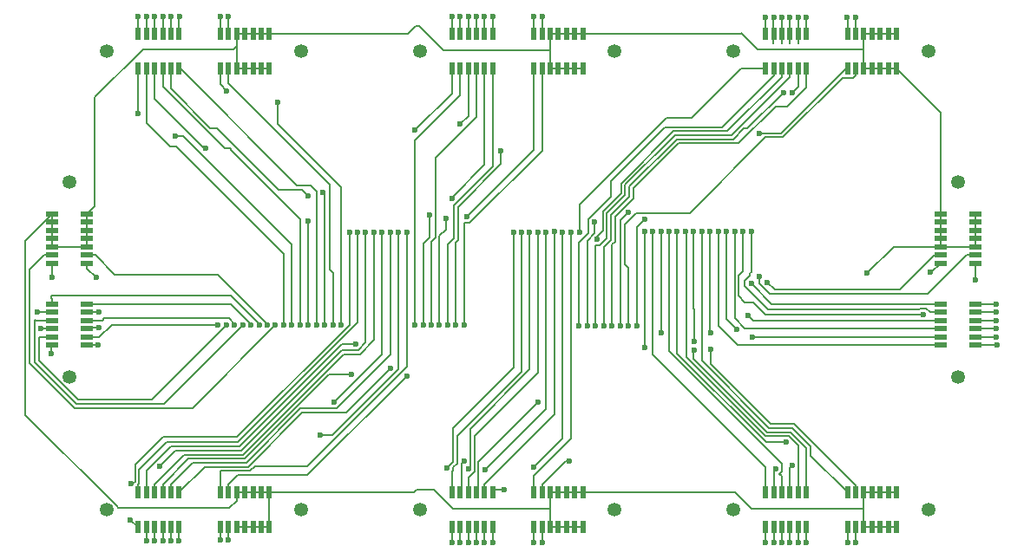
<source format=gbr>
%TF.GenerationSoftware,KiCad,Pcbnew,8.0.2-1*%
%TF.CreationDate,2025-02-24T13:25:59-05:00*%
%TF.ProjectId,ConcentratorBoardOctagon,436f6e63-656e-4747-9261-746f72426f61,rev?*%
%TF.SameCoordinates,Original*%
%TF.FileFunction,Copper,L1,Top*%
%TF.FilePolarity,Positive*%
%FSLAX46Y46*%
G04 Gerber Fmt 4.6, Leading zero omitted, Abs format (unit mm)*
G04 Created by KiCad (PCBNEW 8.0.2-1) date 2025-02-24 13:25:59*
%MOMM*%
%LPD*%
G01*
G04 APERTURE LIST*
%TA.AperFunction,SMDPad,CuDef*%
%ADD10R,0.500000X1.200000*%
%TD*%
%TA.AperFunction,ComponentPad*%
%ADD11C,1.348000*%
%TD*%
%TA.AperFunction,SMDPad,CuDef*%
%ADD12R,1.200000X0.500000*%
%TD*%
%TA.AperFunction,ViaPad*%
%ADD13C,0.600000*%
%TD*%
%TA.AperFunction,Conductor*%
%ADD14C,0.200000*%
%TD*%
G04 APERTURE END LIST*
D10*
%TO.P,REF\u002A\u002A4,01*%
%TO.N,A32*%
X93600000Y-124200000D03*
%TO.P,REF\u002A\u002A4,02*%
%TO.N,K32*%
X93600000Y-120800000D03*
%TO.P,REF\u002A\u002A4,03*%
%TO.N,A33*%
X94400000Y-124200000D03*
%TO.P,REF\u002A\u002A4,04*%
%TO.N,K33*%
X94400000Y-120800000D03*
%TO.P,REF\u002A\u002A4,05*%
%TO.N,A34*%
X95200000Y-124200000D03*
%TO.P,REF\u002A\u002A4,06*%
%TO.N,K34*%
X95200000Y-120800000D03*
%TO.P,REF\u002A\u002A4,07*%
%TO.N,A35*%
X96000000Y-124200000D03*
%TO.P,REF\u002A\u002A4,08*%
%TO.N,K35*%
X96000000Y-120800000D03*
%TO.P,REF\u002A\u002A4,09*%
%TO.N,A36*%
X96800000Y-124200000D03*
%TO.P,REF\u002A\u002A4,10*%
%TO.N,K36*%
X96800000Y-120800000D03*
%TO.P,REF\u002A\u002A4,11*%
%TO.N,A37*%
X97600000Y-124200000D03*
%TO.P,REF\u002A\u002A4,12*%
%TO.N,K37*%
X97600000Y-120800000D03*
%TO.P,REF\u002A\u002A4,13*%
%TO.N,A38*%
X101600000Y-124200000D03*
%TO.P,REF\u002A\u002A4,14*%
%TO.N,K38*%
X101600000Y-120800000D03*
%TO.P,REF\u002A\u002A4,15*%
%TO.N,A39*%
X102400000Y-124200000D03*
%TO.P,REF\u002A\u002A4,16*%
%TO.N,K39*%
X102400000Y-120800000D03*
%TO.P,REF\u002A\u002A4,17*%
%TO.N,GND*%
X103200000Y-124200000D03*
%TO.P,REF\u002A\u002A4,18*%
X103200000Y-120800000D03*
%TO.P,REF\u002A\u002A4,19*%
X104000000Y-124200000D03*
%TO.P,REF\u002A\u002A4,20*%
X104000000Y-120800000D03*
%TO.P,REF\u002A\u002A4,21*%
X104800000Y-124200000D03*
%TO.P,REF\u002A\u002A4,22*%
X104800000Y-120800000D03*
%TO.P,REF\u002A\u002A4,23*%
X105600000Y-124200000D03*
%TO.P,REF\u002A\u002A4,24*%
X105600000Y-120800000D03*
%TO.P,REF\u002A\u002A4,25*%
X106400000Y-124200000D03*
%TO.P,REF\u002A\u002A4,26*%
X106400000Y-120800000D03*
D11*
%TO.P,REF\u002A\u002A4,S1*%
%TO.N,N/C*%
X90505000Y-122500000D03*
%TO.P,REF\u002A\u002A4,S2*%
X109495000Y-122500000D03*
%TD*%
D10*
%TO.P,REF\u002A\u002A,01*%
%TO.N,A16*%
X63000000Y-124200000D03*
%TO.P,REF\u002A\u002A,02*%
%TO.N,K16*%
X63000000Y-120800000D03*
%TO.P,REF\u002A\u002A,03*%
%TO.N,A17*%
X63800000Y-124200000D03*
%TO.P,REF\u002A\u002A,04*%
%TO.N,K17*%
X63800000Y-120800000D03*
%TO.P,REF\u002A\u002A,05*%
%TO.N,A18*%
X64600000Y-124200000D03*
%TO.P,REF\u002A\u002A,06*%
%TO.N,K18*%
X64600000Y-120800000D03*
%TO.P,REF\u002A\u002A,07*%
%TO.N,A19*%
X65400000Y-124200000D03*
%TO.P,REF\u002A\u002A,08*%
%TO.N,K19*%
X65400000Y-120800000D03*
%TO.P,REF\u002A\u002A,09*%
%TO.N,A20*%
X66200000Y-124200000D03*
%TO.P,REF\u002A\u002A,10*%
%TO.N,K20*%
X66200000Y-120800000D03*
%TO.P,REF\u002A\u002A,11*%
%TO.N,A21*%
X67000000Y-124200000D03*
%TO.P,REF\u002A\u002A,12*%
%TO.N,K21*%
X67000000Y-120800000D03*
%TO.P,REF\u002A\u002A,13*%
%TO.N,A22*%
X71000000Y-124200000D03*
%TO.P,REF\u002A\u002A,14*%
%TO.N,K22*%
X71000000Y-120800000D03*
%TO.P,REF\u002A\u002A,15*%
%TO.N,K23*%
X71800000Y-120800000D03*
%TO.N,A23*%
X71800000Y-124200000D03*
%TO.P,REF\u002A\u002A,17*%
%TO.N,GND*%
X72600000Y-124200000D03*
%TO.P,REF\u002A\u002A,18*%
X72600000Y-120800000D03*
%TO.P,REF\u002A\u002A,19*%
X73400000Y-124200000D03*
%TO.P,REF\u002A\u002A,20*%
X73400000Y-120800000D03*
%TO.P,REF\u002A\u002A,21*%
X74200000Y-124200000D03*
%TO.P,REF\u002A\u002A,22*%
X74200000Y-120800000D03*
%TO.P,REF\u002A\u002A,23*%
X75000000Y-124200000D03*
%TO.P,REF\u002A\u002A,24*%
X75000000Y-120800000D03*
%TO.P,REF\u002A\u002A,25*%
X75800000Y-124200000D03*
%TO.P,REF\u002A\u002A,26*%
X75800000Y-120800000D03*
D11*
%TO.P,REF\u002A\u002A,S1*%
%TO.N,N/C*%
X59905000Y-122500000D03*
%TO.P,REF\u002A\u002A,S2*%
X78895000Y-122500000D03*
%TD*%
D10*
%TO.P,REF\u002A\u002A2,01*%
%TO.N,A48*%
X124200000Y-124200000D03*
%TO.P,REF\u002A\u002A2,02*%
%TO.N,K48*%
X124200000Y-120800000D03*
%TO.P,REF\u002A\u002A2,03*%
%TO.N,A49*%
X125000000Y-124200000D03*
%TO.P,REF\u002A\u002A2,04*%
%TO.N,K49*%
X125000000Y-120800000D03*
%TO.P,REF\u002A\u002A2,05*%
%TO.N,A50*%
X125800000Y-124200000D03*
%TO.P,REF\u002A\u002A2,06*%
%TO.N,K50*%
X125800000Y-120800000D03*
%TO.P,REF\u002A\u002A2,07*%
%TO.N,A51*%
X126600000Y-124200000D03*
%TO.P,REF\u002A\u002A2,08*%
%TO.N,K51*%
X126600000Y-120800000D03*
%TO.P,REF\u002A\u002A2,09*%
%TO.N,A52*%
X127400000Y-124200000D03*
%TO.P,REF\u002A\u002A2,10*%
%TO.N,K52*%
X127400000Y-120800000D03*
%TO.P,REF\u002A\u002A2,11*%
%TO.N,A53*%
X128200000Y-124200000D03*
%TO.P,REF\u002A\u002A2,12*%
%TO.N,K53*%
X128200000Y-120800000D03*
%TO.P,REF\u002A\u002A2,13*%
%TO.N,A54*%
X132200000Y-124200000D03*
%TO.P,REF\u002A\u002A2,14*%
%TO.N,K54*%
X132200000Y-120800000D03*
%TO.P,REF\u002A\u002A2,15*%
%TO.N,A55*%
X133000000Y-124200000D03*
%TO.P,REF\u002A\u002A2,16*%
%TO.N,K55*%
X133000000Y-120800000D03*
%TO.P,REF\u002A\u002A2,17*%
%TO.N,GND*%
X133800000Y-124200000D03*
%TO.P,REF\u002A\u002A2,18*%
X133800000Y-120800000D03*
%TO.P,REF\u002A\u002A2,19*%
X134600000Y-124200000D03*
%TO.P,REF\u002A\u002A2,20*%
X134600000Y-120800000D03*
%TO.P,REF\u002A\u002A2,21*%
X135400000Y-124200000D03*
%TO.P,REF\u002A\u002A2,22*%
X135400000Y-120800000D03*
%TO.P,REF\u002A\u002A2,23*%
X136200000Y-124200000D03*
%TO.P,REF\u002A\u002A2,24*%
X136200000Y-120800000D03*
%TO.P,REF\u002A\u002A2,25*%
X137000000Y-124200000D03*
%TO.P,REF\u002A\u002A2,26*%
X137000000Y-120800000D03*
D11*
%TO.P,REF\u002A\u002A2,S1*%
%TO.N,N/C*%
X121105000Y-122500000D03*
%TO.P,REF\u002A\u002A2,S2*%
X140095000Y-122500000D03*
%TD*%
D10*
%TO.P,REF\u002A\u002A2,01*%
%TO.N,A40*%
X124200000Y-79400000D03*
%TO.P,REF\u002A\u002A2,02*%
%TO.N,K40*%
X124200000Y-76000000D03*
%TO.P,REF\u002A\u002A2,03*%
%TO.N,A41*%
X125000000Y-79400000D03*
%TO.P,REF\u002A\u002A2,04*%
%TO.N,K41*%
X125000000Y-76000000D03*
%TO.P,REF\u002A\u002A2,05*%
%TO.N,A42*%
X125800000Y-79400000D03*
%TO.P,REF\u002A\u002A2,06*%
%TO.N,K42*%
X125800000Y-76000000D03*
%TO.P,REF\u002A\u002A2,07*%
%TO.N,A43*%
X126600000Y-79400000D03*
%TO.P,REF\u002A\u002A2,08*%
%TO.N,K43*%
X126600000Y-76000000D03*
%TO.P,REF\u002A\u002A2,09*%
%TO.N,A44*%
X127400000Y-79400000D03*
%TO.P,REF\u002A\u002A2,10*%
%TO.N,K44*%
X127400000Y-76000000D03*
%TO.P,REF\u002A\u002A2,11*%
%TO.N,A45*%
X128200000Y-79400000D03*
%TO.P,REF\u002A\u002A2,12*%
%TO.N,K45*%
X128200000Y-76000000D03*
%TO.P,REF\u002A\u002A2,13*%
%TO.N,A46*%
X132200000Y-79400000D03*
%TO.P,REF\u002A\u002A2,14*%
%TO.N,K46*%
X132200000Y-76000000D03*
%TO.P,REF\u002A\u002A2,15*%
%TO.N,A47*%
X133000000Y-79400000D03*
%TO.P,REF\u002A\u002A2,16*%
%TO.N,K47*%
X133000000Y-76000000D03*
%TO.P,REF\u002A\u002A2,17*%
%TO.N,GND*%
X133800000Y-79400000D03*
%TO.P,REF\u002A\u002A2,18*%
X133800000Y-76000000D03*
%TO.P,REF\u002A\u002A2,19*%
X134600000Y-79400000D03*
%TO.P,REF\u002A\u002A2,20*%
X134600000Y-76000000D03*
%TO.P,REF\u002A\u002A2,21*%
X135400000Y-79400000D03*
%TO.P,REF\u002A\u002A2,22*%
X135400000Y-76000000D03*
%TO.P,REF\u002A\u002A2,23*%
X136200000Y-79400000D03*
%TO.P,REF\u002A\u002A2,24*%
X136200000Y-76000000D03*
%TO.P,REF\u002A\u002A2,25*%
X137000000Y-79400000D03*
%TO.P,REF\u002A\u002A2,26*%
X137000000Y-76000000D03*
D11*
%TO.P,REF\u002A\u002A2,S1*%
%TO.N,N/C*%
X121105000Y-77700000D03*
%TO.P,REF\u002A\u002A2,S2*%
X140095000Y-77700000D03*
%TD*%
D12*
%TO.P,REF\u002A\u002A,01*%
%TO.N,A56*%
X144700000Y-106400000D03*
%TO.P,REF\u002A\u002A,02*%
%TO.N,K56*%
X141300000Y-106400000D03*
%TO.P,REF\u002A\u002A,03*%
%TO.N,A57*%
X144700000Y-105600000D03*
%TO.P,REF\u002A\u002A,04*%
%TO.N,K57*%
X141300000Y-105600000D03*
%TO.P,REF\u002A\u002A,05*%
%TO.N,A58*%
X144700000Y-104800000D03*
%TO.P,REF\u002A\u002A,06*%
%TO.N,K58*%
X141300000Y-104800000D03*
%TO.P,REF\u002A\u002A,07*%
%TO.N,A59*%
X144700000Y-104000000D03*
%TO.P,REF\u002A\u002A,08*%
%TO.N,K59*%
X141300000Y-104000000D03*
%TO.P,REF\u002A\u002A,09*%
%TO.N,A60*%
X144700000Y-103200000D03*
%TO.P,REF\u002A\u002A,10*%
%TO.N,K60*%
X141300000Y-103200000D03*
%TO.P,REF\u002A\u002A,11*%
%TO.N,A61*%
X144700000Y-102400000D03*
%TO.P,REF\u002A\u002A,12*%
%TO.N,K61*%
X141300000Y-102400000D03*
%TO.P,REF\u002A\u002A,13*%
%TO.N,A62*%
X144700000Y-98400000D03*
%TO.P,REF\u002A\u002A,14*%
%TO.N,K62*%
X141300000Y-98400000D03*
%TO.P,REF\u002A\u002A,15*%
%TO.N,A63*%
X144700000Y-97600000D03*
%TO.P,REF\u002A\u002A,16*%
%TO.N,K63*%
X141300000Y-97600000D03*
%TO.P,REF\u002A\u002A,17*%
%TO.N,GND*%
X144700000Y-96800000D03*
%TO.P,REF\u002A\u002A,18*%
X141300000Y-96800000D03*
%TO.P,REF\u002A\u002A,19*%
X144700000Y-96000000D03*
%TO.P,REF\u002A\u002A,20*%
X141300000Y-96000000D03*
%TO.P,REF\u002A\u002A,21*%
X144700000Y-95200000D03*
%TO.P,REF\u002A\u002A,22*%
X141300000Y-95200000D03*
%TO.P,REF\u002A\u002A,23*%
X144700000Y-94400000D03*
%TO.P,REF\u002A\u002A,24*%
X141300000Y-94400000D03*
%TO.P,REF\u002A\u002A,25*%
X144700000Y-93600000D03*
%TO.P,REF\u002A\u002A,26*%
X141300000Y-93600000D03*
D11*
%TO.P,REF\u002A\u002A,S1*%
%TO.N,N/C*%
X143000000Y-109495000D03*
%TO.P,REF\u002A\u002A,S2*%
X143000000Y-90505000D03*
%TD*%
D10*
%TO.P,REF\u002A\u002A1,01*%
%TO.N,A8*%
X63000000Y-79400000D03*
%TO.P,REF\u002A\u002A1,02*%
%TO.N,K8*%
X63000000Y-76000000D03*
%TO.P,REF\u002A\u002A1,03*%
%TO.N,A9*%
X63800000Y-79400000D03*
%TO.P,REF\u002A\u002A1,04*%
%TO.N,K9*%
X63800000Y-76000000D03*
%TO.P,REF\u002A\u002A1,05*%
%TO.N,A10*%
X64600000Y-79400000D03*
%TO.P,REF\u002A\u002A1,06*%
%TO.N,K10*%
X64600000Y-76000000D03*
%TO.P,REF\u002A\u002A1,07*%
%TO.N,A11*%
X65400000Y-79400000D03*
%TO.P,REF\u002A\u002A1,08*%
%TO.N,K11*%
X65400000Y-76000000D03*
%TO.P,REF\u002A\u002A1,09*%
%TO.N,A12*%
X66200000Y-79400000D03*
%TO.P,REF\u002A\u002A1,10*%
%TO.N,K12*%
X66200000Y-76000000D03*
%TO.P,REF\u002A\u002A1,11*%
%TO.N,A13*%
X67000000Y-79400000D03*
%TO.P,REF\u002A\u002A1,12*%
%TO.N,K13*%
X67000000Y-76000000D03*
%TO.P,REF\u002A\u002A1,13*%
%TO.N,A14*%
X71000000Y-79400000D03*
%TO.P,REF\u002A\u002A1,14*%
%TO.N,K14*%
X71000000Y-76000000D03*
%TO.P,REF\u002A\u002A1,15*%
%TO.N,A15*%
X71800000Y-79400000D03*
%TO.P,REF\u002A\u002A1,16*%
%TO.N,K15*%
X71800000Y-76000000D03*
%TO.P,REF\u002A\u002A1,17*%
%TO.N,GND*%
X72600000Y-79400000D03*
%TO.P,REF\u002A\u002A1,18*%
X72600000Y-76000000D03*
%TO.P,REF\u002A\u002A1,19*%
X73400000Y-79400000D03*
%TO.P,REF\u002A\u002A1,20*%
X73400000Y-76000000D03*
%TO.P,REF\u002A\u002A1,21*%
X74200000Y-79400000D03*
%TO.P,REF\u002A\u002A1,22*%
X74200000Y-76000000D03*
%TO.P,REF\u002A\u002A1,23*%
X75000000Y-79400000D03*
%TO.P,REF\u002A\u002A1,24*%
X75000000Y-76000000D03*
%TO.P,REF\u002A\u002A1,25*%
X75800000Y-79400000D03*
%TO.P,REF\u002A\u002A1,26*%
X75800000Y-76000000D03*
D11*
%TO.P,REF\u002A\u002A1,S1*%
%TO.N,N/C*%
X59905000Y-77700000D03*
%TO.P,REF\u002A\u002A1,S2*%
X78895000Y-77700000D03*
%TD*%
D10*
%TO.P,REF\u002A\u002A3,01*%
%TO.N,A24*%
X93600000Y-79400000D03*
%TO.P,REF\u002A\u002A3,02*%
%TO.N,K24*%
X93600000Y-76000000D03*
%TO.P,REF\u002A\u002A3,03*%
%TO.N,A25*%
X94400000Y-79400000D03*
%TO.P,REF\u002A\u002A3,04*%
%TO.N,K25*%
X94400000Y-76000000D03*
%TO.P,REF\u002A\u002A3,05*%
%TO.N,A26*%
X95200000Y-79400000D03*
%TO.P,REF\u002A\u002A3,06*%
%TO.N,K26*%
X95200000Y-76000000D03*
%TO.P,REF\u002A\u002A3,07*%
%TO.N,A27*%
X96000000Y-79400000D03*
%TO.P,REF\u002A\u002A3,08*%
%TO.N,K27*%
X96000000Y-76000000D03*
%TO.P,REF\u002A\u002A3,09*%
%TO.N,A28*%
X96800000Y-79400000D03*
%TO.P,REF\u002A\u002A3,10*%
%TO.N,K28*%
X96800000Y-76000000D03*
%TO.P,REF\u002A\u002A3,11*%
%TO.N,A29*%
X97600000Y-79400000D03*
%TO.P,REF\u002A\u002A3,12*%
%TO.N,K29*%
X97600000Y-76000000D03*
%TO.P,REF\u002A\u002A3,13*%
%TO.N,A30*%
X101600000Y-79400000D03*
%TO.P,REF\u002A\u002A3,14*%
%TO.N,K30*%
X101600000Y-76000000D03*
%TO.P,REF\u002A\u002A3,15*%
%TO.N,A31*%
X102400000Y-79400000D03*
%TO.P,REF\u002A\u002A3,16*%
%TO.N,K31*%
X102400000Y-76000000D03*
%TO.P,REF\u002A\u002A3,17*%
%TO.N,GND*%
X103200000Y-79400000D03*
%TO.P,REF\u002A\u002A3,18*%
X103200000Y-76000000D03*
%TO.P,REF\u002A\u002A3,19*%
X104000000Y-79400000D03*
%TO.P,REF\u002A\u002A3,20*%
X104000000Y-76000000D03*
%TO.P,REF\u002A\u002A3,21*%
X104800000Y-79400000D03*
%TO.P,REF\u002A\u002A3,22*%
X104800000Y-76000000D03*
%TO.P,REF\u002A\u002A3,23*%
X105600000Y-79400000D03*
%TO.P,REF\u002A\u002A3,24*%
X105600000Y-76000000D03*
%TO.P,REF\u002A\u002A3,25*%
X106400000Y-79400000D03*
%TO.P,REF\u002A\u002A3,26*%
X106400000Y-76000000D03*
D11*
%TO.P,REF\u002A\u002A3,S1*%
%TO.N,N/C*%
X90505000Y-77700000D03*
%TO.P,REF\u002A\u002A3,S2*%
X109495000Y-77700000D03*
%TD*%
D12*
%TO.P,REF\u002A\u002A,01*%
%TO.N,A0*%
X58000000Y-106400000D03*
%TO.P,REF\u002A\u002A,02*%
%TO.N,K0*%
X54600000Y-106400000D03*
%TO.P,REF\u002A\u002A,03*%
%TO.N,A1*%
X58000000Y-105600000D03*
%TO.P,REF\u002A\u002A,04*%
%TO.N,K1*%
X54600000Y-105600000D03*
%TO.P,REF\u002A\u002A,05*%
%TO.N,A2*%
X58000000Y-104800000D03*
%TO.P,REF\u002A\u002A,06*%
%TO.N,K2*%
X54600000Y-104800000D03*
%TO.P,REF\u002A\u002A,07*%
%TO.N,A3*%
X58000000Y-104000000D03*
%TO.P,REF\u002A\u002A,08*%
%TO.N,K3*%
X54600000Y-104000000D03*
%TO.P,REF\u002A\u002A,09*%
%TO.N,A4*%
X58000000Y-103200000D03*
%TO.P,REF\u002A\u002A,10*%
%TO.N,K4*%
X54600000Y-103200000D03*
%TO.P,REF\u002A\u002A,11*%
%TO.N,A5*%
X58000000Y-102400000D03*
%TO.P,REF\u002A\u002A,12*%
%TO.N,K5*%
X54600000Y-102400000D03*
%TO.P,REF\u002A\u002A,13*%
%TO.N,A6*%
X58000000Y-98400000D03*
%TO.P,REF\u002A\u002A,14*%
%TO.N,K6*%
X54600000Y-98400000D03*
%TO.P,REF\u002A\u002A,15*%
%TO.N,A7*%
X58000000Y-97600000D03*
%TO.P,REF\u002A\u002A,16*%
%TO.N,K7*%
X54600000Y-97600000D03*
%TO.P,REF\u002A\u002A,17*%
%TO.N,GND*%
X58000000Y-96800000D03*
%TO.P,REF\u002A\u002A,18*%
X54600000Y-96800000D03*
%TO.P,REF\u002A\u002A,19*%
X58000000Y-96000000D03*
%TO.P,REF\u002A\u002A,20*%
X54600000Y-96000000D03*
%TO.P,REF\u002A\u002A,21*%
X58000000Y-95200000D03*
%TO.P,REF\u002A\u002A,22*%
X54600000Y-95200000D03*
%TO.P,REF\u002A\u002A,23*%
X58000000Y-94400000D03*
%TO.P,REF\u002A\u002A,24*%
X54600000Y-94400000D03*
%TO.P,REF\u002A\u002A,25*%
X58000000Y-93600000D03*
%TO.P,REF\u002A\u002A,26*%
X54600000Y-93600000D03*
D11*
%TO.P,REF\u002A\u002A,S1*%
%TO.N,N/C*%
X56300000Y-109495000D03*
%TO.P,REF\u002A\u002A,S2*%
X56300000Y-90505000D03*
%TD*%
D13*
%TO.N,A0*%
X59100000Y-106400000D03*
%TO.N,K0*%
X54500000Y-107200000D03*
%TO.N,A2*%
X59200000Y-104700000D03*
%TO.N,K2*%
X53500000Y-104800000D03*
%TO.N,A1*%
X70800000Y-104400000D03*
%TO.N,K1*%
X71600000Y-104400000D03*
%TO.N,K3*%
X73200000Y-104400000D03*
%TO.N,A3*%
X72400000Y-104400000D03*
%TO.N,A5*%
X74000000Y-104400000D03*
%TO.N,K5*%
X74800000Y-104400000D03*
%TO.N,A4*%
X59200000Y-103200000D03*
%TO.N,K4*%
X53200000Y-103200000D03*
%TO.N,A7*%
X75600000Y-104400000D03*
%TO.N,K7*%
X76400000Y-104400000D03*
%TO.N,A6*%
X58900000Y-99800000D03*
%TO.N,K6*%
X54600000Y-99800000D03*
%TO.N,A8*%
X63000000Y-83800000D03*
%TO.N,A9*%
X77200000Y-104400000D03*
%TO.N,A10*%
X69600000Y-87200000D03*
%TO.N,A11*%
X78800000Y-104400000D03*
%TO.N,K12*%
X66225401Y-74300000D03*
%TO.N,K11*%
X79600000Y-94300000D03*
X65400000Y-74300000D03*
X79600000Y-104400000D03*
%TO.N,K10*%
X64600000Y-74300000D03*
%TO.N,K9*%
X66607108Y-85992892D03*
X78000000Y-104400000D03*
X63800000Y-74300000D03*
%TO.N,K8*%
X63000000Y-74300000D03*
%TO.N,A12*%
X79600000Y-91800000D03*
%TO.N,A13*%
X80400000Y-104400000D03*
%TO.N,K13*%
X81200000Y-104400000D03*
X67025404Y-74300000D03*
X81000000Y-91500000D03*
%TO.N,K15*%
X71800000Y-74300000D03*
X76600000Y-82700000D03*
X82800000Y-104400000D03*
%TO.N,A15*%
X82000000Y-104400000D03*
%TO.N,A17*%
X63800000Y-125500000D03*
%TO.N,K17*%
X84200000Y-106300000D03*
%TO.N,A19*%
X65400000Y-125500000D03*
%TO.N,K19*%
X83800000Y-109300000D03*
%TO.N,A21*%
X67000000Y-125500000D03*
%TO.N,K21*%
X87600000Y-108700000D03*
%TO.N,A23*%
X71800000Y-125400000D03*
%TO.N,K23*%
X89200000Y-109400000D03*
%TO.N,A25*%
X90000000Y-104400000D03*
%TO.N,K25*%
X90800000Y-104400000D03*
X91400000Y-93700000D03*
X94400000Y-74300000D03*
%TO.N,A27*%
X91600000Y-104448529D03*
%TO.N,K27*%
X92400000Y-104400000D03*
X93000000Y-94000000D03*
X96000000Y-74300000D03*
%TO.N,A29*%
X93200000Y-104400000D03*
%TO.N,K29*%
X97600000Y-74300000D03*
X94000000Y-104400000D03*
X98400000Y-87400000D03*
%TO.N,A31*%
X94800000Y-104400000D03*
%TO.N,K31*%
X102400000Y-74300000D03*
%TO.N,A14*%
X71651470Y-81548529D03*
%TO.N,K14*%
X71000000Y-74300000D03*
%TO.N,A16*%
X83600000Y-95400000D03*
X62200000Y-123500000D03*
X62300000Y-119900000D03*
%TO.N,K16*%
X84400000Y-95400000D03*
%TO.N,A18*%
X85200000Y-95400000D03*
X64600000Y-125500000D03*
X65074265Y-118274265D03*
%TO.N,K18*%
X86000000Y-95400000D03*
%TO.N,A20*%
X82100000Y-112000000D03*
X86800000Y-95400000D03*
X66200000Y-125500000D03*
%TO.N,K20*%
X87600000Y-95400000D03*
%TO.N,A22*%
X88400000Y-95400000D03*
X80800000Y-115200000D03*
X71000000Y-125400000D03*
%TO.N,K22*%
X89200000Y-95400000D03*
%TO.N,A24*%
X90000000Y-85400000D03*
%TO.N,K24*%
X93600000Y-74300000D03*
%TO.N,A26*%
X94400000Y-84800000D03*
%TO.N,K26*%
X95200000Y-74300000D03*
%TO.N,A28*%
X93600000Y-92100000D03*
%TO.N,K28*%
X96800000Y-74300000D03*
%TO.N,A30*%
X95074265Y-93874265D03*
%TO.N,K30*%
X101600000Y-74300000D03*
%TO.N,GND*%
X134100000Y-99400000D03*
%TO.N,K32*%
X100400003Y-95400000D03*
%TO.N,K33*%
X94800000Y-117702943D03*
%TO.N,K34*%
X102000009Y-95400000D03*
%TO.N,K35*%
X102000000Y-112000000D03*
%TO.N,K36*%
X103600000Y-95300000D03*
%TO.N,K37*%
X98700000Y-120500000D03*
%TO.N,A32*%
X93600000Y-125700000D03*
X99600000Y-95400000D03*
X93100000Y-118400000D03*
%TO.N,A33*%
X94400000Y-125700000D03*
%TO.N,A34*%
X95200000Y-125700000D03*
X101200006Y-95400000D03*
X95200000Y-118500000D03*
%TO.N,A35*%
X96000000Y-125700000D03*
%TO.N,A36*%
X96874265Y-118574265D03*
X96800000Y-125700000D03*
X102800012Y-95400000D03*
%TO.N,A37*%
X97600000Y-125700000D03*
%TO.N,A38*%
X104400000Y-95400000D03*
X101600000Y-118300000D03*
X101600000Y-125700000D03*
%TO.N,K38*%
X105200000Y-95400000D03*
%TO.N,A39*%
X102400000Y-125700000D03*
%TO.N,K39*%
X105100000Y-117700000D03*
%TO.N,A41*%
X106000000Y-104500000D03*
%TO.N,A43*%
X107624265Y-104524265D03*
%TO.N,K41*%
X124999991Y-74400000D03*
X107500000Y-94400000D03*
X106800000Y-104500000D03*
%TO.N,A45*%
X109223878Y-104500023D03*
%TO.N,K43*%
X126599997Y-74400000D03*
X108423876Y-104499253D03*
X125957108Y-81757108D03*
%TO.N,K45*%
X128200000Y-74400000D03*
X110023880Y-104499999D03*
X110822794Y-93422794D03*
%TO.N,A47*%
X110823882Y-104500000D03*
%TO.N,K47*%
X111623885Y-104500000D03*
X112393325Y-94112745D03*
X132988927Y-74388927D03*
%TO.N,A49*%
X125000000Y-125700000D03*
%TO.N,K49*%
X125200000Y-118500000D03*
%TO.N,A40*%
X106100000Y-95400000D03*
%TO.N,K40*%
X124199988Y-74400000D03*
%TO.N,A42*%
X107800000Y-96048527D03*
%TO.N,K42*%
X125799994Y-74400000D03*
%TO.N,A44*%
X126800000Y-81762743D03*
%TO.N,K44*%
X127400000Y-74400000D03*
%TO.N,A46*%
X123600000Y-85700000D03*
%TO.N,K46*%
X132188925Y-74400000D03*
%TO.N,A48*%
X112400000Y-106600000D03*
X124200000Y-125700000D03*
X112399994Y-95300000D03*
%TO.N,K48*%
X113199997Y-95300000D03*
%TO.N,K50*%
X114800000Y-95300000D03*
%TO.N,K52*%
X116400000Y-95300000D03*
%TO.N,A51*%
X126600000Y-125700000D03*
%TO.N,A52*%
X126245585Y-115900000D03*
X115600000Y-95300000D03*
X127400000Y-125700000D03*
%TO.N,A53*%
X128200000Y-125700000D03*
%TO.N,A54*%
X132200000Y-125700000D03*
X117222204Y-106048188D03*
X117200000Y-95300000D03*
%TO.N,A55*%
X133000000Y-125700000D03*
%TO.N,A56*%
X146800000Y-106400000D03*
X118900000Y-105200000D03*
X118800000Y-95300000D03*
%TO.N,K51*%
X126800000Y-118116370D03*
%TO.N,K53*%
X117212639Y-106887152D03*
%TO.N,K54*%
X118000000Y-95300000D03*
%TO.N,K55*%
X118877642Y-106834997D03*
%TO.N,K56*%
X119600000Y-95300000D03*
%TO.N,A50*%
X114000000Y-95300000D03*
X114000000Y-105200000D03*
X125800000Y-125700000D03*
%TO.N,K58*%
X121200000Y-95300000D03*
%TO.N,K57*%
X122900000Y-105600000D03*
%TO.N,K59*%
X122500000Y-103500000D03*
%TO.N,K60*%
X122800000Y-95300000D03*
%TO.N,K61*%
X122800000Y-100400000D03*
%TO.N,K62*%
X140300000Y-99300000D03*
%TO.N,A62*%
X144700000Y-100000000D03*
%TO.N,A61*%
X146700000Y-102399997D03*
%TO.N,A60*%
X122000000Y-95300000D03*
X146700000Y-103200000D03*
X139600000Y-103400000D03*
%TO.N,A59*%
X146700000Y-104000000D03*
%TO.N,A58*%
X146700000Y-104800000D03*
X121375735Y-104824265D03*
X120400000Y-95300000D03*
%TO.N,A57*%
X146700000Y-105600000D03*
%TO.N,A63*%
X123600000Y-99700000D03*
%TO.N,K63*%
X124400000Y-100300000D03*
%TD*%
D14*
%TO.N,K51*%
X126800000Y-118116370D02*
X126600000Y-118316370D01*
X126600000Y-118316370D02*
X126600000Y-120800000D01*
%TO.N,K43*%
X115531372Y-86300000D02*
X110900000Y-90931372D01*
X125957108Y-81757108D02*
X122457108Y-85257108D01*
X122457108Y-85257108D02*
X122108578Y-85257108D01*
X122108578Y-85257108D02*
X121065686Y-86300000D01*
X109132843Y-96129899D02*
X108423876Y-96838866D01*
X121065686Y-86300000D02*
X115531372Y-86300000D01*
X109132843Y-93698529D02*
X109132843Y-96129899D01*
X110900000Y-90931372D02*
X110900000Y-91931372D01*
X110900000Y-91931372D02*
X109132843Y-93698529D01*
X108423876Y-96838866D02*
X108423876Y-104499253D01*
%TO.N,A44*%
X127400000Y-81162743D02*
X127400000Y-79400000D01*
X126800000Y-81762743D02*
X127400000Y-81162743D01*
%TO.N,K33*%
X94600000Y-117902943D02*
X94600000Y-120600000D01*
X94800000Y-117702943D02*
X94600000Y-117902943D01*
X94600000Y-120600000D02*
X94400000Y-120800000D01*
%TO.N,K15*%
X82800000Y-91000000D02*
X82800000Y-104400000D01*
X76600000Y-82700000D02*
X76600000Y-84800000D01*
X76600000Y-84800000D02*
X82800000Y-91000000D01*
%TO.N,K9*%
X78000000Y-96600000D02*
X78000000Y-104400000D01*
X66607108Y-85992892D02*
X67392892Y-85992892D01*
X67392892Y-85992892D02*
X78000000Y-96600000D01*
%TO.N,A9*%
X63800000Y-79400000D02*
X63800000Y-84700000D01*
X63800000Y-84700000D02*
X66100000Y-87000000D01*
X77200000Y-97500000D02*
X77200000Y-104400000D01*
X66100000Y-87000000D02*
X66700000Y-87000000D01*
X66700000Y-87000000D02*
X77200000Y-97500000D01*
%TO.N,A0*%
X58000000Y-106400000D02*
X59100000Y-106400000D01*
%TO.N,K0*%
X54500000Y-107200000D02*
X54500000Y-106500000D01*
X54500000Y-106500000D02*
X54600000Y-106400000D01*
%TO.N,A2*%
X58100000Y-104700000D02*
X58000000Y-104800000D01*
X59200000Y-104700000D02*
X58100000Y-104700000D01*
%TO.N,K2*%
X53500000Y-104800000D02*
X54600000Y-104800000D01*
%TO.N,A1*%
X70800000Y-104400000D02*
X60400000Y-104400000D01*
X60400000Y-104400000D02*
X59200000Y-105600000D01*
X59200000Y-105600000D02*
X58000000Y-105600000D01*
%TO.N,K1*%
X71600000Y-104448529D02*
X64318529Y-111730000D01*
X64318529Y-111730000D02*
X57157555Y-111730000D01*
X53300000Y-107872445D02*
X53300000Y-105600000D01*
X57157555Y-111730000D02*
X53300000Y-107872445D01*
X71600000Y-104400000D02*
X71600000Y-104448529D01*
X53300000Y-105600000D02*
X54600000Y-105600000D01*
%TO.N,K3*%
X56930000Y-112130000D02*
X52900000Y-108100000D01*
X52900000Y-103900000D02*
X53000000Y-104000000D01*
X52900000Y-108100000D02*
X52900000Y-103900000D01*
X73200000Y-104448529D02*
X65518529Y-112130000D01*
X73200000Y-104400000D02*
X73200000Y-104448529D01*
X65518529Y-112130000D02*
X56930000Y-112130000D01*
X53000000Y-104000000D02*
X54600000Y-104000000D01*
%TO.N,A3*%
X59500000Y-104000000D02*
X58000000Y-104000000D01*
X72400000Y-104400000D02*
X72400000Y-104351471D01*
X71848529Y-103800000D02*
X59700000Y-103800000D01*
X59700000Y-103800000D02*
X59500000Y-104000000D01*
X72400000Y-104351471D02*
X71848529Y-103800000D01*
%TO.N,A5*%
X72048529Y-102400000D02*
X58000000Y-102400000D01*
X74000000Y-104400000D02*
X74000000Y-104351471D01*
X74000000Y-104351471D02*
X72048529Y-102400000D01*
%TO.N,K5*%
X74800000Y-104351471D02*
X72048529Y-101600000D01*
X54500000Y-101600000D02*
X54500000Y-101800000D01*
X54500000Y-101800000D02*
X54600000Y-101900000D01*
X74800000Y-104400000D02*
X74800000Y-104351471D01*
X72048529Y-101600000D02*
X54500000Y-101600000D01*
X54600000Y-101900000D02*
X54600000Y-102400000D01*
%TO.N,A4*%
X59200000Y-103200000D02*
X58000000Y-103200000D01*
%TO.N,K4*%
X54600000Y-103200000D02*
X53200000Y-103200000D01*
%TO.N,A7*%
X58800000Y-97600000D02*
X58000000Y-97600000D01*
X75600000Y-104351471D02*
X70748529Y-99500000D01*
X60700000Y-99500000D02*
X58800000Y-97600000D01*
X75600000Y-104400000D02*
X75600000Y-104351471D01*
X70748529Y-99500000D02*
X60700000Y-99500000D01*
%TO.N,K7*%
X53800000Y-97600000D02*
X54600000Y-97600000D01*
X52400000Y-108165686D02*
X52400000Y-99000000D01*
X68318529Y-112530000D02*
X56764314Y-112530000D01*
X52400000Y-99000000D02*
X53800000Y-97600000D01*
X76400000Y-104448529D02*
X68318529Y-112530000D01*
X56764314Y-112530000D02*
X52400000Y-108165686D01*
X76400000Y-104400000D02*
X76400000Y-104448529D01*
%TO.N,A6*%
X58000000Y-98900000D02*
X58900000Y-99800000D01*
X58000000Y-98400000D02*
X58000000Y-98900000D01*
%TO.N,K6*%
X54600000Y-98400000D02*
X54600000Y-99800000D01*
%TO.N,A8*%
X63000000Y-79400000D02*
X63000000Y-83800000D01*
%TO.N,A10*%
X64600000Y-79400000D02*
X64600000Y-82351471D01*
X69448529Y-87200000D02*
X69600000Y-87200000D01*
X64600000Y-82351471D02*
X69448529Y-87200000D01*
%TO.N,A11*%
X72017157Y-87315686D02*
X72017157Y-87182843D01*
X65400000Y-81165686D02*
X65400000Y-79400000D01*
X71417157Y-87182843D02*
X65400000Y-81165686D01*
X72017157Y-87182843D02*
X71417157Y-87182843D01*
X78800000Y-94098529D02*
X72017157Y-87315686D01*
X78800000Y-104400000D02*
X78800000Y-94098529D01*
%TO.N,K12*%
X66200000Y-74325401D02*
X66225401Y-74300000D01*
X66200000Y-76000000D02*
X66200000Y-74325401D01*
%TO.N,K11*%
X65400000Y-76000000D02*
X65500000Y-76100000D01*
X79600000Y-104400000D02*
X79600000Y-94300000D01*
X65400000Y-74300000D02*
X65400000Y-76000000D01*
X79600000Y-94300000D02*
X79600000Y-94600000D01*
%TO.N,K10*%
X64600000Y-74300000D02*
X64600000Y-76000000D01*
%TO.N,K9*%
X63800000Y-74300000D02*
X63800000Y-76000000D01*
%TO.N,K8*%
X63000000Y-74300000D02*
X63000000Y-76000000D01*
%TO.N,A12*%
X79600000Y-91800000D02*
X79000000Y-91200000D01*
X70034314Y-85200000D02*
X66200000Y-81365686D01*
X70700000Y-85200000D02*
X70034314Y-85200000D01*
X76700000Y-91200000D02*
X70700000Y-85200000D01*
X79000000Y-91200000D02*
X76700000Y-91200000D01*
X66200000Y-81365686D02*
X66200000Y-79400000D01*
%TO.N,A13*%
X67100000Y-79400000D02*
X78500000Y-90800000D01*
X80400000Y-91400000D02*
X80400000Y-104400000D01*
X79800000Y-90800000D02*
X80400000Y-91400000D01*
X78500000Y-90800000D02*
X79800000Y-90800000D01*
X67000000Y-79400000D02*
X67100000Y-79400000D01*
%TO.N,K13*%
X67000000Y-74325404D02*
X67025404Y-74300000D01*
X67000000Y-76000000D02*
X67000000Y-74325404D01*
X81200000Y-91700000D02*
X81200000Y-104400000D01*
X81000000Y-91500000D02*
X81200000Y-91700000D01*
%TO.N,K15*%
X71800000Y-76000000D02*
X71800000Y-74300000D01*
%TO.N,A15*%
X71800000Y-80848530D02*
X71800000Y-79400000D01*
X81667157Y-90715687D02*
X71800000Y-80848530D01*
X82000000Y-104400000D02*
X82000000Y-99365686D01*
X81667157Y-99032843D02*
X81667157Y-90715687D01*
X82000000Y-99365686D02*
X81667157Y-99032843D01*
%TO.N,A17*%
X63800000Y-124200000D02*
X63800000Y-125500000D01*
%TO.N,K17*%
X72879901Y-116300000D02*
X82879901Y-106300000D01*
X63800000Y-120800000D02*
X63800000Y-118700000D01*
X63800000Y-118700000D02*
X66200000Y-116300000D01*
X66200000Y-116300000D02*
X72879901Y-116300000D01*
X82879901Y-106300000D02*
X84200000Y-106300000D01*
%TO.N,A19*%
X65400000Y-125500000D02*
X65400000Y-124200000D01*
%TO.N,K19*%
X65400000Y-120000000D02*
X67900000Y-117500000D01*
X81576959Y-109300000D02*
X83800000Y-109300000D01*
X67900000Y-117500000D02*
X73376959Y-117500000D01*
X73376959Y-117500000D02*
X81576959Y-109300000D01*
X65400000Y-120800000D02*
X65400000Y-120000000D01*
%TO.N,A21*%
X67000000Y-124200000D02*
X67000000Y-125500000D01*
%TO.N,K21*%
X83300000Y-113000000D02*
X87600000Y-108700000D01*
X67000000Y-120800000D02*
X69500000Y-118300000D01*
X69500000Y-118300000D02*
X73708331Y-118300000D01*
X79008331Y-113000000D02*
X83300000Y-113000000D01*
X73708331Y-118300000D02*
X79008331Y-113000000D01*
%TO.N,A23*%
X71800000Y-125400000D02*
X71800000Y-124200000D01*
%TO.N,K23*%
X72700000Y-119100000D02*
X79500000Y-119100000D01*
X71800000Y-120800000D02*
X71800000Y-120000000D01*
X71800000Y-120000000D02*
X72700000Y-119100000D01*
X79500000Y-119100000D02*
X89200000Y-109400000D01*
%TO.N,A25*%
X94400000Y-82000000D02*
X94400000Y-79400000D01*
X90000000Y-86400000D02*
X94400000Y-82000000D01*
X90000000Y-104400000D02*
X90000000Y-86400000D01*
%TO.N,K25*%
X91400000Y-95900000D02*
X90800000Y-96500000D01*
X90800000Y-96500000D02*
X90800000Y-104400000D01*
X91400000Y-93700000D02*
X91400000Y-95900000D01*
X94400000Y-74300000D02*
X94400000Y-76000000D01*
%TO.N,A27*%
X92000000Y-88100000D02*
X96000000Y-84100000D01*
X96000000Y-84100000D02*
X96000000Y-79400000D01*
X91600000Y-96300000D02*
X92000000Y-95900000D01*
X92000000Y-95900000D02*
X92000000Y-88100000D01*
X91600000Y-104448529D02*
X91600000Y-96300000D01*
%TO.N,K27*%
X92400000Y-95700000D02*
X92400000Y-104400000D01*
X96000000Y-74300000D02*
X96000000Y-76000000D01*
X93000000Y-95100000D02*
X92400000Y-95700000D01*
X93000000Y-94000000D02*
X93000000Y-95100000D01*
%TO.N,A29*%
X93800000Y-96000000D02*
X93200000Y-96600000D01*
X93800000Y-92748529D02*
X93800000Y-96000000D01*
X97600000Y-79400000D02*
X97600000Y-88948529D01*
X97600000Y-88948529D02*
X93800000Y-92748529D01*
X93200000Y-96600000D02*
X93200000Y-104400000D01*
%TO.N,K29*%
X94200000Y-92914215D02*
X98400000Y-88714215D01*
X94200000Y-96165686D02*
X94200000Y-92914215D01*
X97600000Y-74300000D02*
X97600000Y-76000000D01*
X98400000Y-88714215D02*
X98400000Y-87400000D01*
X94000000Y-104400000D02*
X94000000Y-96365686D01*
X94000000Y-96365686D02*
X94200000Y-96165686D01*
%TO.N,A31*%
X94800000Y-104400000D02*
X94800000Y-94448529D01*
X94800000Y-94448529D02*
X94825736Y-94474265D01*
X95322794Y-94474265D02*
X102400000Y-87397059D01*
X102400000Y-87397059D02*
X102400000Y-79400000D01*
X94825736Y-94474265D02*
X95322794Y-94474265D01*
%TO.N,K31*%
X102400000Y-76000000D02*
X102400000Y-74300000D01*
%TO.N,A14*%
X71651470Y-81548529D02*
X71000000Y-80897059D01*
X71000000Y-80897059D02*
X71000000Y-79400000D01*
%TO.N,K14*%
X71000000Y-76000000D02*
X71000000Y-74300000D01*
%TO.N,A16*%
X62700000Y-118100000D02*
X65400000Y-115400000D01*
X63000000Y-124200000D02*
X62200000Y-123500000D01*
X65400000Y-115400000D02*
X72648529Y-115400000D01*
X83600000Y-104448529D02*
X83600000Y-95400000D01*
X62700000Y-119734314D02*
X62700000Y-118100000D01*
X62200000Y-123500000D02*
X62450000Y-123650000D01*
X72648529Y-115400000D02*
X83600000Y-104448529D01*
X62300000Y-119900000D02*
X62700000Y-119734314D01*
X62450000Y-119984314D02*
X62300000Y-119900000D01*
%TO.N,K16*%
X63100000Y-118600000D02*
X65800000Y-115900000D01*
X65800000Y-115900000D02*
X72714215Y-115900000D01*
X63000000Y-120800000D02*
X63000000Y-120000000D01*
X63100000Y-119900000D02*
X63100000Y-118600000D01*
X63000000Y-120000000D02*
X63100000Y-119900000D01*
X72714215Y-115900000D02*
X84400000Y-104214215D01*
X84400000Y-104214215D02*
X84400000Y-95400000D01*
%TO.N,A18*%
X64600000Y-125500000D02*
X64600000Y-124200000D01*
X73045587Y-116700000D02*
X82845587Y-106900000D01*
X82845587Y-106900000D02*
X84448529Y-106900000D01*
X66648530Y-116700000D02*
X73045587Y-116700000D01*
X84448529Y-106900000D02*
X85200000Y-106148529D01*
X65074265Y-118274265D02*
X66648530Y-116700000D01*
X85200000Y-106148529D02*
X85200000Y-95400000D01*
%TO.N,K18*%
X73211273Y-117100000D02*
X67500000Y-117100000D01*
X64600000Y-120000000D02*
X64600000Y-120800000D01*
X84614215Y-107300000D02*
X83011273Y-107300000D01*
X83011273Y-107300000D02*
X73211273Y-117100000D01*
X67500000Y-117100000D02*
X64600000Y-120000000D01*
X86000000Y-95400000D02*
X86000000Y-105914215D01*
X86000000Y-105914215D02*
X84614215Y-107300000D01*
%TO.N,A20*%
X86574264Y-107525736D02*
X82100000Y-112000000D01*
X86800000Y-95400000D02*
X86800000Y-107300000D01*
X86800000Y-107300000D02*
X86574264Y-107525736D01*
X66200000Y-125500000D02*
X66200000Y-124200000D01*
%TO.N,K20*%
X82348529Y-112600000D02*
X87600000Y-107348529D01*
X87600000Y-107348529D02*
X87600000Y-95400000D01*
X66200000Y-120000000D02*
X68300000Y-117900000D01*
X66200000Y-120800000D02*
X66200000Y-120000000D01*
X73542645Y-117900000D02*
X78842645Y-112600000D01*
X68300000Y-117900000D02*
X73542645Y-117900000D01*
X78842645Y-112600000D02*
X82348529Y-112600000D01*
%TO.N,A22*%
X88400000Y-108748529D02*
X88400000Y-95400000D01*
X71000000Y-124200000D02*
X71000000Y-125400000D01*
X81948529Y-115200000D02*
X88400000Y-108748529D01*
X80800000Y-115200000D02*
X81948529Y-115200000D01*
%TO.N,K22*%
X71000000Y-120800000D02*
X71000000Y-118700000D01*
X89200000Y-108514215D02*
X89200000Y-95400000D01*
X79514215Y-118200000D02*
X89200000Y-108514215D01*
X71000000Y-118700000D02*
X73874017Y-118700000D01*
X74374017Y-118200000D02*
X79514215Y-118200000D01*
X73874017Y-118700000D02*
X74374017Y-118200000D01*
%TO.N,A24*%
X93600000Y-79400000D02*
X93600000Y-81800000D01*
X93600000Y-81800000D02*
X90000000Y-85400000D01*
%TO.N,K24*%
X93600000Y-74300000D02*
X93600000Y-76000000D01*
%TO.N,A26*%
X94400000Y-84800000D02*
X95200000Y-84000000D01*
X95200000Y-84000000D02*
X95200000Y-79400000D01*
%TO.N,K26*%
X95200000Y-76000000D02*
X95200000Y-74300000D01*
%TO.N,A28*%
X96800000Y-88800000D02*
X93600000Y-92000000D01*
X93600000Y-92000000D02*
X93600000Y-92100000D01*
X96800000Y-79400000D02*
X96800000Y-88800000D01*
X93600000Y-92100000D02*
X93500000Y-92100000D01*
X93500000Y-92100000D02*
X93500000Y-92100000D01*
%TO.N,K28*%
X96800000Y-76000000D02*
X96800000Y-74300000D01*
%TO.N,A30*%
X95074265Y-93825735D02*
X101600000Y-87300000D01*
X95074265Y-93874265D02*
X95074265Y-93825735D01*
X101600000Y-87300000D02*
X101600000Y-79400000D01*
%TO.N,K30*%
X101600000Y-76000000D02*
X101600000Y-74300000D01*
%TO.N,GND*%
X92800000Y-77600000D02*
X90400000Y-75200000D01*
X54600000Y-96800000D02*
X58000000Y-96800000D01*
X90100000Y-75200000D02*
X89300000Y-76000000D01*
X133800000Y-122400000D02*
X122848000Y-122400000D01*
X141300000Y-83700000D02*
X141300000Y-93600000D01*
X54600000Y-93600000D02*
X54600000Y-96800000D01*
X93750000Y-122400000D02*
X91850000Y-120500000D01*
X121248000Y-120800000D02*
X106400000Y-120800000D01*
X106400000Y-76000000D02*
X103200000Y-76000000D01*
X122848000Y-122400000D02*
X121248000Y-120800000D01*
X141300000Y-96800000D02*
X141300000Y-93600000D01*
X133800000Y-76000000D02*
X133800000Y-77500000D01*
X133800000Y-120800000D02*
X137000000Y-120800000D01*
X133800000Y-77500000D02*
X123400000Y-77500000D01*
X52000000Y-96200000D02*
X52000000Y-113217555D01*
X72600000Y-76000000D02*
X72600000Y-77200000D01*
X144700000Y-96800000D02*
X144700000Y-93600000D01*
X75800000Y-120800000D02*
X75800000Y-124200000D01*
X72600000Y-121600000D02*
X72600000Y-120800000D01*
X133683927Y-76238927D02*
X133695000Y-76250000D01*
X71900000Y-122300000D02*
X72600000Y-121600000D01*
X133800000Y-79400000D02*
X137000000Y-79400000D01*
X54600000Y-93600000D02*
X52000000Y-96200000D01*
X121700000Y-76000000D02*
X106400000Y-76000000D01*
X91850000Y-120500000D02*
X90200000Y-120500000D01*
X72600000Y-79400000D02*
X75800000Y-79400000D01*
X103200000Y-77600000D02*
X103200000Y-79400000D01*
X89300000Y-76000000D02*
X75800000Y-76000000D01*
X72600000Y-77200000D02*
X72600000Y-79400000D01*
X72300000Y-77500000D02*
X72600000Y-77200000D01*
X141300000Y-96800000D02*
X136700000Y-96800000D01*
X58785000Y-82165000D02*
X63450000Y-77500000D01*
X72600000Y-76000000D02*
X75800000Y-76000000D01*
X133800000Y-124200000D02*
X137000000Y-124200000D01*
X61000000Y-122217555D02*
X61000000Y-122300000D01*
X136107931Y-76237069D02*
X136095000Y-76250000D01*
X137000000Y-76000000D02*
X133800000Y-76000000D01*
X63450000Y-77500000D02*
X72300000Y-77500000D01*
X58785000Y-92815000D02*
X58785000Y-82165000D01*
X103200000Y-76000000D02*
X103200000Y-77600000D01*
X123400000Y-77500000D02*
X121800000Y-75900000D01*
X52000000Y-113217555D02*
X61000000Y-122217555D01*
X133800000Y-77500000D02*
X133800000Y-79400000D01*
X103200000Y-77600000D02*
X92800000Y-77600000D01*
X141300000Y-96800000D02*
X144700000Y-96800000D01*
X103200000Y-122400000D02*
X103200000Y-120800000D01*
X75800000Y-124200000D02*
X72600000Y-124200000D01*
X58000000Y-96800000D02*
X58000000Y-93600000D01*
X58000000Y-93600000D02*
X58785000Y-92815000D01*
X103200000Y-124200000D02*
X103200000Y-122400000D01*
X136700000Y-96800000D02*
X134100000Y-99400000D01*
X137000000Y-79400000D02*
X141300000Y-83700000D01*
X90400000Y-75200000D02*
X90100000Y-75200000D01*
X103200000Y-122400000D02*
X93750000Y-122400000D01*
X133800000Y-120800000D02*
X133800000Y-122400000D01*
X103200000Y-79400000D02*
X106400000Y-79400000D01*
X103200000Y-120800000D02*
X106400000Y-120800000D01*
X90200000Y-120500000D02*
X89900000Y-120800000D01*
X106400000Y-124200000D02*
X103200000Y-124200000D01*
X135308038Y-76236962D02*
X135295000Y-76250000D01*
X61000000Y-122300000D02*
X71900000Y-122300000D01*
X89900000Y-120800000D02*
X75800000Y-120800000D01*
X133800000Y-122400000D02*
X133800000Y-124200000D01*
X72600000Y-120800000D02*
X75800000Y-120800000D01*
X121800000Y-75900000D02*
X121700000Y-76000000D01*
%TO.N,K32*%
X93700000Y-118365686D02*
X94100000Y-117965686D01*
X94100000Y-117965686D02*
X94100000Y-115200000D01*
X93700000Y-118648529D02*
X93700000Y-118365686D01*
X94100000Y-115200000D02*
X94200000Y-115200000D01*
X94200000Y-115200000D02*
X100400003Y-108999997D01*
X93600000Y-118748529D02*
X93700000Y-118648529D01*
X100400003Y-108999997D02*
X100400003Y-95400000D01*
X93600000Y-120800000D02*
X93600000Y-118748529D01*
%TO.N,K34*%
X102000009Y-95400000D02*
X102000009Y-109099991D01*
X95800000Y-115300000D02*
X95800000Y-118748529D01*
X95800000Y-118748529D02*
X95200000Y-119348529D01*
X102000009Y-109099991D02*
X95800000Y-115300000D01*
X95200000Y-119348529D02*
X95200000Y-120800000D01*
%TO.N,K35*%
X96200000Y-117800000D02*
X102000000Y-112000000D01*
X96200000Y-120600000D02*
X96200000Y-117800000D01*
X96000000Y-120800000D02*
X96200000Y-120600000D01*
%TO.N,K36*%
X103600000Y-95300000D02*
X103600000Y-113200000D01*
X103600000Y-113200000D02*
X96800000Y-120000000D01*
X96800000Y-120000000D02*
X96800000Y-120800000D01*
%TO.N,K37*%
X97900000Y-120500000D02*
X97600000Y-120800000D01*
X98700000Y-120500000D02*
X97900000Y-120500000D01*
%TO.N,A32*%
X93700000Y-117800000D02*
X93700000Y-114500000D01*
X93700000Y-114500000D02*
X99600000Y-108600000D01*
X99600000Y-108600000D02*
X99600000Y-95400000D01*
X93100000Y-118400000D02*
X93700000Y-117800000D01*
X93600000Y-125700000D02*
X93600000Y-124200000D01*
%TO.N,A33*%
X94400000Y-125700000D02*
X94400000Y-124200000D01*
%TO.N,A34*%
X101200006Y-108765680D02*
X95400000Y-114565686D01*
X95200000Y-125700000D02*
X95200000Y-124200000D01*
X101200006Y-95400000D02*
X101200006Y-108765680D01*
X95400000Y-118300000D02*
X95200000Y-118500000D01*
X95400000Y-114565686D02*
X95400000Y-118300000D01*
%TO.N,A35*%
X96000000Y-124200000D02*
X96000000Y-125700000D01*
%TO.N,A36*%
X102800012Y-112648518D02*
X96874265Y-118574265D01*
X96800000Y-125700000D02*
X96800000Y-124200000D01*
X102800012Y-95400000D02*
X102800012Y-112648518D01*
%TO.N,A37*%
X97600000Y-125700000D02*
X97600000Y-124200000D01*
%TO.N,A38*%
X104400000Y-95400000D02*
X104400000Y-115500000D01*
X104400000Y-115500000D02*
X101600000Y-118300000D01*
X101600000Y-125700000D02*
X101600000Y-124200000D01*
%TO.N,K38*%
X105200000Y-95400000D02*
X105200000Y-115548529D01*
X101600000Y-119148529D02*
X101600000Y-120800000D01*
X105200000Y-115548529D02*
X101600000Y-119148529D01*
%TO.N,A39*%
X102400000Y-124200000D02*
X102400000Y-125700000D01*
%TO.N,K39*%
X102400000Y-120000000D02*
X102400000Y-120800000D01*
X105100000Y-117700000D02*
X104700000Y-117700000D01*
X104700000Y-117700000D02*
X102400000Y-120000000D01*
%TO.N,A41*%
X125000000Y-80050000D02*
X125000000Y-79400000D01*
X106900000Y-94151471D02*
X109151471Y-91900000D01*
X106000000Y-104500000D02*
X106000000Y-96400000D01*
X114400000Y-85100000D02*
X119950000Y-85100000D01*
X106900000Y-95500000D02*
X106900000Y-94151471D01*
X109151471Y-91900000D02*
X109151471Y-90348529D01*
X109151471Y-90348529D02*
X114400000Y-85100000D01*
X119950000Y-85100000D02*
X125000000Y-80050000D01*
X106000000Y-96400000D02*
X106900000Y-95500000D01*
%TO.N,A43*%
X107624265Y-104524265D02*
X107600000Y-104500000D01*
X108732843Y-93532843D02*
X110500000Y-91765686D01*
X120900000Y-85900000D02*
X126600000Y-80200000D01*
X110500000Y-91765686D02*
X110500000Y-90765686D01*
X126600000Y-80200000D02*
X126600000Y-79400000D01*
X107600000Y-96648527D02*
X108048529Y-96648527D01*
X115365686Y-85900000D02*
X120900000Y-85900000D01*
X110500000Y-90765686D02*
X115365686Y-85900000D01*
X108048529Y-96648527D02*
X108732843Y-95964213D01*
X107600000Y-104500000D02*
X107600000Y-96648527D01*
X108732843Y-95964213D02*
X108732843Y-93532843D01*
%TO.N,K41*%
X106800000Y-96200000D02*
X106800000Y-104500000D01*
X107500000Y-94400000D02*
X107500000Y-95500000D01*
X107500000Y-95500000D02*
X106800000Y-96200000D01*
X124995000Y-74404991D02*
X124999991Y-74400000D01*
X124995000Y-76900000D02*
X124995000Y-74404991D01*
%TO.N,A45*%
X121579902Y-86700000D02*
X125174265Y-83105637D01*
X115697058Y-86700000D02*
X121579902Y-86700000D01*
X128200000Y-81211274D02*
X128200000Y-79400000D01*
X111300000Y-92097058D02*
X111300000Y-91097058D01*
X109223878Y-104500023D02*
X109223878Y-96604550D01*
X111300000Y-91097058D02*
X115697058Y-86700000D01*
X109532843Y-93864215D02*
X111300000Y-92097058D01*
X126305637Y-83105637D02*
X128200000Y-81211274D01*
X125174265Y-83105637D02*
X126305637Y-83105637D01*
X109223878Y-96604550D02*
X109532843Y-96295585D01*
X109532843Y-96295585D02*
X109532843Y-93864215D01*
%TO.N,K43*%
X126599997Y-76245003D02*
X126595000Y-76250000D01*
X126599997Y-74400000D02*
X126599997Y-76245003D01*
X126595000Y-76250000D02*
X126595000Y-76900000D01*
%TO.N,K45*%
X110023880Y-94221708D02*
X110023880Y-104499999D01*
X128200000Y-76000000D02*
X128200000Y-74400000D01*
X110822794Y-93422794D02*
X110023880Y-94221708D01*
%TO.N,A47*%
X110500000Y-94594117D02*
X110500000Y-98486550D01*
X110500000Y-98486550D02*
X110823882Y-98810432D01*
X116787255Y-93512745D02*
X111581372Y-93512745D01*
X111581372Y-93512745D02*
X110500000Y-94594117D01*
X133000000Y-79400000D02*
X133000000Y-80050000D01*
X124200000Y-86100000D02*
X116787255Y-93512745D01*
X133000000Y-80050000D02*
X132750000Y-80300000D01*
X110823882Y-98810432D02*
X110823882Y-104500000D01*
X125915686Y-86100000D02*
X124200000Y-86100000D01*
X131715686Y-80300000D02*
X125915686Y-86100000D01*
X132750000Y-80300000D02*
X131715686Y-80300000D01*
%TO.N,K47*%
X111623885Y-94882185D02*
X111623885Y-104500000D01*
X112393325Y-94112745D02*
X111623885Y-94882185D01*
X133000000Y-76000000D02*
X133000000Y-74400000D01*
X133000000Y-74400000D02*
X132988927Y-74388927D01*
X132883927Y-74399973D02*
X132895000Y-74411046D01*
%TO.N,A49*%
X125000000Y-124200000D02*
X125000000Y-125700000D01*
%TO.N,K49*%
X125000000Y-118700000D02*
X125000000Y-120800000D01*
X125200000Y-118500000D02*
X125000000Y-118700000D01*
%TO.N,A40*%
X106100000Y-95400000D02*
X106100000Y-92651471D01*
X117000000Y-84200000D02*
X121800000Y-79400000D01*
X114551471Y-84200000D02*
X117000000Y-84200000D01*
X106100000Y-92651471D02*
X114551471Y-84200000D01*
X121800000Y-79400000D02*
X124200000Y-79400000D01*
%TO.N,K40*%
X124195000Y-74404988D02*
X124195000Y-76400000D01*
X124199988Y-74400000D02*
X124195000Y-74404988D01*
%TO.N,A42*%
X107800000Y-96048527D02*
X107800000Y-95765686D01*
X110100000Y-91600000D02*
X110100000Y-90600000D01*
X110100000Y-90600000D02*
X115200000Y-85500000D01*
X108332843Y-95232843D02*
X108332843Y-93367157D01*
X108332843Y-93367157D02*
X110100000Y-91600000D01*
X115200000Y-85500000D02*
X120500000Y-85500000D01*
X120500000Y-85500000D02*
X125800000Y-80200000D01*
X125800000Y-80200000D02*
X125800000Y-79400000D01*
X107800000Y-95765686D02*
X108332843Y-95232843D01*
%TO.N,K42*%
X125795000Y-74404994D02*
X125795000Y-76900000D01*
X125799994Y-74400000D02*
X125795000Y-74404994D01*
%TO.N,K44*%
X127400000Y-76245000D02*
X127395000Y-76250000D01*
X127395000Y-76250000D02*
X127395000Y-76900000D01*
X127400000Y-74400000D02*
X127400000Y-76245000D01*
%TO.N,A46*%
X125750000Y-85700000D02*
X132050000Y-79400000D01*
X123600000Y-85700000D02*
X125750000Y-85700000D01*
X132050000Y-79400000D02*
X132200000Y-79400000D01*
%TO.N,K46*%
X132200000Y-76000000D02*
X132200000Y-74411075D01*
X132200000Y-74411075D02*
X132188925Y-74400000D01*
%TO.N,A48*%
X112399994Y-95300000D02*
X112400000Y-95300006D01*
X124200000Y-124200000D02*
X124200000Y-125700000D01*
X112400000Y-95300006D02*
X112400000Y-106600000D01*
%TO.N,K48*%
X113200000Y-107300000D02*
X124200000Y-118300000D01*
X113200000Y-95300003D02*
X113200000Y-107300000D01*
X124200000Y-118300000D02*
X124200000Y-120800000D01*
X113199997Y-95300000D02*
X113200000Y-95300003D01*
%TO.N,K50*%
X125800000Y-120800000D02*
X125800000Y-119200000D01*
X125800000Y-118748529D02*
X125800000Y-118000000D01*
X125800000Y-118000000D02*
X114800000Y-107000000D01*
X114800000Y-107000000D02*
X114800000Y-95300000D01*
X125800000Y-119200000D02*
X125574264Y-118974264D01*
X125574264Y-118974264D02*
X125800000Y-118748529D01*
%TO.N,K52*%
X116400000Y-95300000D02*
X116400000Y-95251471D01*
X116514004Y-107582632D02*
X124231372Y-115300000D01*
X124231372Y-115300000D02*
X126494114Y-115300000D01*
X116400000Y-95251471D02*
X116514004Y-95137467D01*
X116514004Y-95137467D02*
X116514004Y-107582632D01*
X127400000Y-116205886D02*
X127400000Y-120800000D01*
X126494114Y-115300000D02*
X127400000Y-116205886D01*
%TO.N,A51*%
X126600000Y-124200000D02*
X126600000Y-125700000D01*
%TO.N,A52*%
X124265686Y-115900000D02*
X115600000Y-107234314D01*
X115600000Y-107234314D02*
X115600000Y-95300000D01*
X127400000Y-125700000D02*
X127400000Y-124200000D01*
X126245585Y-115900000D02*
X124265686Y-115900000D01*
%TO.N,A53*%
X128200000Y-124200000D02*
X128200000Y-125700000D01*
%TO.N,A54*%
X117222204Y-106048188D02*
X117222204Y-102822204D01*
X117200000Y-102800000D02*
X117200000Y-95300000D01*
X132200000Y-124200000D02*
X132200000Y-125700000D01*
X117222204Y-102822204D02*
X117200000Y-102800000D01*
%TO.N,A55*%
X133000000Y-124200000D02*
X133000000Y-125700000D01*
%TO.N,A56*%
X118800000Y-105100000D02*
X118800000Y-95300000D01*
X118900000Y-105200000D02*
X118800000Y-105100000D01*
X144700000Y-106400000D02*
X146800000Y-106400000D01*
%TO.N,K53*%
X128200000Y-116440200D02*
X128200000Y-120800000D01*
X126659800Y-114900000D02*
X128200000Y-116440200D01*
X117200000Y-106899791D02*
X117200000Y-107702942D01*
X124397058Y-114900000D02*
X126659800Y-114900000D01*
X117212639Y-106887152D02*
X117200000Y-106899791D01*
X117200000Y-107702942D02*
X124397058Y-114900000D01*
%TO.N,K54*%
X132200000Y-120800000D02*
X128600000Y-117200000D01*
X128600000Y-116274514D02*
X126825486Y-114500000D01*
X128600000Y-117200000D02*
X128600000Y-116274514D01*
X118000000Y-107937256D02*
X118000000Y-95300000D01*
X124562744Y-114500000D02*
X118000000Y-107937256D01*
X126825486Y-114500000D02*
X124562744Y-114500000D01*
%TO.N,K55*%
X124728430Y-114100000D02*
X126991172Y-114100000D01*
X133000000Y-120108828D02*
X133000000Y-120800000D01*
X126991172Y-114100000D02*
X133000000Y-120108828D01*
X118877642Y-108249212D02*
X124728430Y-114100000D01*
X118877642Y-106834997D02*
X118877642Y-108249212D01*
%TO.N,K56*%
X141300000Y-106400000D02*
X121500000Y-106400000D01*
X119600000Y-104500000D02*
X119600000Y-95300000D01*
X121500000Y-106400000D02*
X119600000Y-104500000D01*
%TO.N,A50*%
X125800000Y-124200000D02*
X125800000Y-125700000D01*
X114000000Y-105200000D02*
X114000000Y-95300000D01*
%TO.N,K58*%
X122200000Y-104800000D02*
X121200000Y-103800000D01*
X121200000Y-103800000D02*
X121200000Y-95300000D01*
X141300000Y-104800000D02*
X122200000Y-104800000D01*
%TO.N,K57*%
X141300000Y-105600000D02*
X122900000Y-105600000D01*
%TO.N,K59*%
X123000000Y-104000000D02*
X122500000Y-103500000D01*
X141300000Y-104000000D02*
X123000000Y-104000000D01*
%TO.N,K60*%
X122800000Y-99300000D02*
X122800000Y-95300000D01*
X122700000Y-99400000D02*
X122800000Y-99300000D01*
X141300000Y-103200000D02*
X140248529Y-103200000D01*
X139300000Y-102800000D02*
X139200000Y-102900000D01*
X124451471Y-102900000D02*
X122200000Y-100648529D01*
X139200000Y-102900000D02*
X124451471Y-102900000D01*
X122700000Y-99600000D02*
X122700000Y-99400000D01*
X139848529Y-102800000D02*
X139300000Y-102800000D01*
X140248529Y-103200000D02*
X139848529Y-102800000D01*
X122200000Y-100648529D02*
X122200000Y-100100000D01*
X122200000Y-100100000D02*
X122700000Y-99600000D01*
%TO.N,K61*%
X124800000Y-102400000D02*
X141300000Y-102400000D01*
X122800000Y-100400000D02*
X124800000Y-102400000D01*
%TO.N,K62*%
X140300000Y-99300000D02*
X140400000Y-99300000D01*
X140400000Y-99300000D02*
X141300000Y-98400000D01*
%TO.N,A62*%
X144700000Y-100000000D02*
X144700000Y-98400000D01*
%TO.N,A61*%
X146699997Y-102400000D02*
X144700000Y-102400000D01*
X146700000Y-102399997D02*
X146699997Y-102400000D01*
%TO.N,A60*%
X122000000Y-99200000D02*
X122000000Y-95300000D01*
X139600000Y-103400000D02*
X124200000Y-103400000D01*
X123000000Y-102200000D02*
X122200000Y-102200000D01*
X122200000Y-102200000D02*
X121600000Y-101600000D01*
X121600000Y-99600000D02*
X122000000Y-99200000D01*
X124200000Y-103400000D02*
X123000000Y-102200000D01*
X121600000Y-101600000D02*
X121600000Y-99600000D01*
X146700000Y-103200000D02*
X144700000Y-103200000D01*
%TO.N,A59*%
X144700000Y-104000000D02*
X146700000Y-104000000D01*
%TO.N,A58*%
X146700000Y-104800000D02*
X144700000Y-104800000D01*
X121375735Y-104824265D02*
X120400000Y-103848530D01*
X120400000Y-103848530D02*
X120400000Y-95300000D01*
%TO.N,A57*%
X144700000Y-105600000D02*
X146700000Y-105600000D01*
%TO.N,A63*%
X140015000Y-101385000D02*
X143800000Y-97600000D01*
X123600000Y-100348529D02*
X124636471Y-101385000D01*
X123600000Y-99700000D02*
X123600000Y-100348529D01*
X124636471Y-101385000D02*
X140015000Y-101385000D01*
X143800000Y-97600000D02*
X144700000Y-97600000D01*
%TO.N,K63*%
X124400000Y-100300000D02*
X125085000Y-100985000D01*
X125085000Y-100985000D02*
X137315000Y-100985000D01*
X137315000Y-100985000D02*
X140700000Y-97600000D01*
X140700000Y-97600000D02*
X141300000Y-97600000D01*
%TD*%
M02*

</source>
